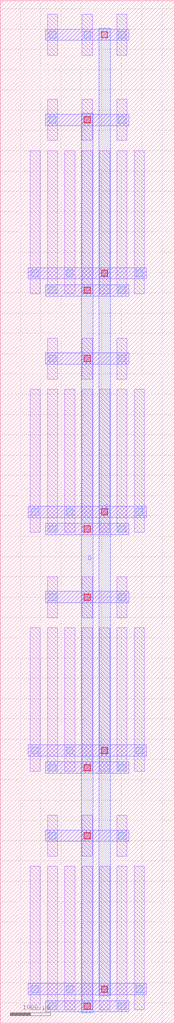
<source format=lef>
MACRO DCL_NMOS_S_13341824_X3_Y4
  UNITS 
    DATABASE MICRONS UNITS 1000;
  END UNITS 
  ORIGIN 0 0 ;
  FOREIGN DCL_NMOS_S_13341824_X3_Y4 0 0 ;
  SIZE 4300 BY 25200 ;
  PIN D
    DIRECTION INOUT ;
    USE SIGNAL ;
    PORT
      LAYER M3 ;
        RECT 2010 260 2290 22420 ;
    END
  END D
  PIN S
    DIRECTION INOUT ;
    USE SIGNAL ;
    PORT
      LAYER M3 ;
        RECT 2440 680 2720 24520 ;
    END
  END S
  OBS
    LAYER M1 ;
      RECT 1165 335 1415 3865 ;
    LAYER M1 ;
      RECT 1165 4115 1415 5125 ;
    LAYER M1 ;
      RECT 1165 6215 1415 9745 ;
    LAYER M1 ;
      RECT 1165 9995 1415 11005 ;
    LAYER M1 ;
      RECT 1165 12095 1415 15625 ;
    LAYER M1 ;
      RECT 1165 15875 1415 16885 ;
    LAYER M1 ;
      RECT 1165 17975 1415 21505 ;
    LAYER M1 ;
      RECT 1165 21755 1415 22765 ;
    LAYER M1 ;
      RECT 1165 23855 1415 24865 ;
    LAYER M1 ;
      RECT 735 335 985 3865 ;
    LAYER M1 ;
      RECT 735 6215 985 9745 ;
    LAYER M1 ;
      RECT 735 12095 985 15625 ;
    LAYER M1 ;
      RECT 735 17975 985 21505 ;
    LAYER M1 ;
      RECT 1595 335 1845 3865 ;
    LAYER M1 ;
      RECT 1595 6215 1845 9745 ;
    LAYER M1 ;
      RECT 1595 12095 1845 15625 ;
    LAYER M1 ;
      RECT 1595 17975 1845 21505 ;
    LAYER M1 ;
      RECT 2025 335 2275 3865 ;
    LAYER M1 ;
      RECT 2025 4115 2275 5125 ;
    LAYER M1 ;
      RECT 2025 6215 2275 9745 ;
    LAYER M1 ;
      RECT 2025 9995 2275 11005 ;
    LAYER M1 ;
      RECT 2025 12095 2275 15625 ;
    LAYER M1 ;
      RECT 2025 15875 2275 16885 ;
    LAYER M1 ;
      RECT 2025 17975 2275 21505 ;
    LAYER M1 ;
      RECT 2025 21755 2275 22765 ;
    LAYER M1 ;
      RECT 2025 23855 2275 24865 ;
    LAYER M1 ;
      RECT 2455 335 2705 3865 ;
    LAYER M1 ;
      RECT 2455 6215 2705 9745 ;
    LAYER M1 ;
      RECT 2455 12095 2705 15625 ;
    LAYER M1 ;
      RECT 2455 17975 2705 21505 ;
    LAYER M1 ;
      RECT 2885 335 3135 3865 ;
    LAYER M1 ;
      RECT 2885 4115 3135 5125 ;
    LAYER M1 ;
      RECT 2885 6215 3135 9745 ;
    LAYER M1 ;
      RECT 2885 9995 3135 11005 ;
    LAYER M1 ;
      RECT 2885 12095 3135 15625 ;
    LAYER M1 ;
      RECT 2885 15875 3135 16885 ;
    LAYER M1 ;
      RECT 2885 17975 3135 21505 ;
    LAYER M1 ;
      RECT 2885 21755 3135 22765 ;
    LAYER M1 ;
      RECT 2885 23855 3135 24865 ;
    LAYER M1 ;
      RECT 3315 335 3565 3865 ;
    LAYER M1 ;
      RECT 3315 6215 3565 9745 ;
    LAYER M1 ;
      RECT 3315 12095 3565 15625 ;
    LAYER M1 ;
      RECT 3315 17975 3565 21505 ;
    LAYER M2 ;
      RECT 1120 4480 3180 4760 ;
    LAYER M2 ;
      RECT 1120 280 3180 560 ;
    LAYER M2 ;
      RECT 690 700 3610 980 ;
    LAYER M2 ;
      RECT 1120 10360 3180 10640 ;
    LAYER M2 ;
      RECT 1120 6160 3180 6440 ;
    LAYER M2 ;
      RECT 690 6580 3610 6860 ;
    LAYER M2 ;
      RECT 1120 16240 3180 16520 ;
    LAYER M2 ;
      RECT 1120 12040 3180 12320 ;
    LAYER M2 ;
      RECT 690 12460 3610 12740 ;
    LAYER M2 ;
      RECT 1120 22120 3180 22400 ;
    LAYER M2 ;
      RECT 1120 17920 3180 18200 ;
    LAYER M2 ;
      RECT 690 18340 3610 18620 ;
    LAYER M2 ;
      RECT 1120 24220 3180 24500 ;
    LAYER V1 ;
      RECT 2925 335 3095 505 ;
    LAYER V1 ;
      RECT 2925 4535 3095 4705 ;
    LAYER V1 ;
      RECT 2925 6215 3095 6385 ;
    LAYER V1 ;
      RECT 2925 10415 3095 10585 ;
    LAYER V1 ;
      RECT 2925 12095 3095 12265 ;
    LAYER V1 ;
      RECT 2925 16295 3095 16465 ;
    LAYER V1 ;
      RECT 2925 17975 3095 18145 ;
    LAYER V1 ;
      RECT 2925 22175 3095 22345 ;
    LAYER V1 ;
      RECT 2925 24275 3095 24445 ;
    LAYER V1 ;
      RECT 1205 335 1375 505 ;
    LAYER V1 ;
      RECT 1205 4535 1375 4705 ;
    LAYER V1 ;
      RECT 1205 6215 1375 6385 ;
    LAYER V1 ;
      RECT 1205 10415 1375 10585 ;
    LAYER V1 ;
      RECT 1205 12095 1375 12265 ;
    LAYER V1 ;
      RECT 1205 16295 1375 16465 ;
    LAYER V1 ;
      RECT 1205 17975 1375 18145 ;
    LAYER V1 ;
      RECT 1205 22175 1375 22345 ;
    LAYER V1 ;
      RECT 1205 24275 1375 24445 ;
    LAYER V1 ;
      RECT 2065 335 2235 505 ;
    LAYER V1 ;
      RECT 2065 4535 2235 4705 ;
    LAYER V1 ;
      RECT 2065 6215 2235 6385 ;
    LAYER V1 ;
      RECT 2065 10415 2235 10585 ;
    LAYER V1 ;
      RECT 2065 12095 2235 12265 ;
    LAYER V1 ;
      RECT 2065 16295 2235 16465 ;
    LAYER V1 ;
      RECT 2065 17975 2235 18145 ;
    LAYER V1 ;
      RECT 2065 22175 2235 22345 ;
    LAYER V1 ;
      RECT 2065 24275 2235 24445 ;
    LAYER V1 ;
      RECT 3355 755 3525 925 ;
    LAYER V1 ;
      RECT 3355 6635 3525 6805 ;
    LAYER V1 ;
      RECT 3355 12515 3525 12685 ;
    LAYER V1 ;
      RECT 3355 18395 3525 18565 ;
    LAYER V1 ;
      RECT 775 755 945 925 ;
    LAYER V1 ;
      RECT 775 6635 945 6805 ;
    LAYER V1 ;
      RECT 775 12515 945 12685 ;
    LAYER V1 ;
      RECT 775 18395 945 18565 ;
    LAYER V1 ;
      RECT 1635 755 1805 925 ;
    LAYER V1 ;
      RECT 1635 6635 1805 6805 ;
    LAYER V1 ;
      RECT 1635 12515 1805 12685 ;
    LAYER V1 ;
      RECT 1635 18395 1805 18565 ;
    LAYER V1 ;
      RECT 2495 755 2665 925 ;
    LAYER V1 ;
      RECT 2495 6635 2665 6805 ;
    LAYER V1 ;
      RECT 2495 12515 2665 12685 ;
    LAYER V1 ;
      RECT 2495 18395 2665 18565 ;
    LAYER V2 ;
      RECT 2075 345 2225 495 ;
    LAYER V2 ;
      RECT 2075 4545 2225 4695 ;
    LAYER V2 ;
      RECT 2075 6225 2225 6375 ;
    LAYER V2 ;
      RECT 2075 10425 2225 10575 ;
    LAYER V2 ;
      RECT 2075 12105 2225 12255 ;
    LAYER V2 ;
      RECT 2075 16305 2225 16455 ;
    LAYER V2 ;
      RECT 2075 17985 2225 18135 ;
    LAYER V2 ;
      RECT 2075 22185 2225 22335 ;
    LAYER V2 ;
      RECT 2505 765 2655 915 ;
    LAYER V2 ;
      RECT 2505 6645 2655 6795 ;
    LAYER V2 ;
      RECT 2505 12525 2655 12675 ;
    LAYER V2 ;
      RECT 2505 18405 2655 18555 ;
    LAYER V2 ;
      RECT 2505 24285 2655 24435 ;
  END
END DCL_NMOS_S_13341824_X3_Y4

</source>
